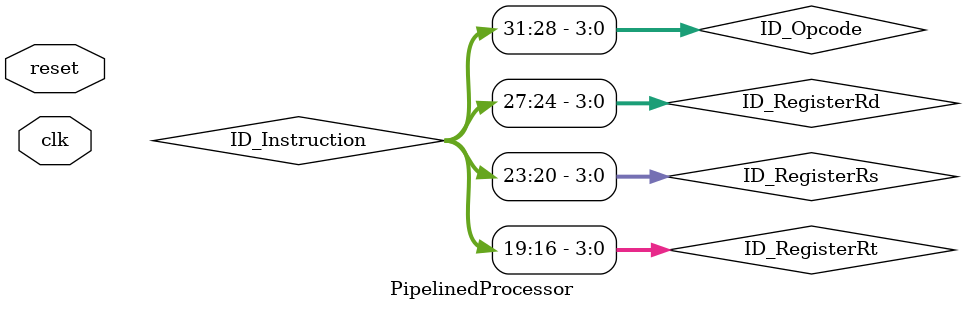
<source format=v>
module PipelinedProcessor (
    input wire clk,
    input wire reset
);
    // Pipeline control signals
    wire PCWrite, IFIDWrite, ST;
    wire ALUSrc, MR, MW, MReg, EnRW;
    wire [1:0] ALUOp;
    wire [1:0] ForwardA, ForwardB;
    
    // IF stage wires
    wire [31:0] PC_Out, PC_Next, IF_Instruction;
    
    // ID stage wires
    wire [31:0] ID_PC, ID_Instruction;
    wire [31:0] ID_ReadData1, ID_ReadData2;
    wire [15:0] ID_Immediate;
    
    // EX stage wires
    wire EX_ALUSrc, EX_MR, EX_MW, EX_MReg, EX_EnRW;
    wire [1:0] EX_ALUOp;
    wire [31:0] EX_PC, EX_ReadData1, EX_ReadData2;
    wire [15:0] EX_Immediate;
    wire [3:0] EX_RegisterRs, EX_RegisterRt, EX_RegisterRd;
    wire [31:0] EX_ALU_A, EX_ALU_B, EX_ALUResult;
    
    // MEM stage wires
    wire MEM_MR, MEM_MW, MEM_MReg, MEM_EnRW;
    wire [31:0] MEM_ALUResult, MEM_WriteData, MEM_ReadData;
    wire [3:0] MEM_RegisterRd;
    
    // WB stage wires
    wire WB_MReg, WB_EnRW;
    wire [31:0] WB_ReadData, WB_ALUResult, WB_WriteData;
    wire [3:0] WB_RegisterRd;
    
    // PC incrementer
    assign PC_Next = PC_Out + 4;
    
    // Instantiate PC
    PC pc_module (
        .clk(clk),
        .reset(reset),
        .PCWrite(PCWrite),
        .PCNext(PC_Next),
        .PCOut(PC_Out)
    );
    
    // Instantiate Instruction Memory
    InstructionMemory imem (
        .clk(clk),
        .PCAddress(PC_Out),
        .EnIM(1'b1), // Always enabled
        .Instruction(IF_Instruction)
    );
    
    // Instantiate IF/ID Pipeline Register
    IF_ID_Register ifid (
        .clk(clk),
        .reset(reset),
        .IFIDWrite(IFIDWrite),
        .IF_PC(PC_Out),
        .IF_Instruction(IF_Instruction),
        .ID_PC(ID_PC),
        .ID_Instruction(ID_Instruction)
    );
    
    // Extract control and instruction fields
    wire [3:0] ID_Opcode = ID_Instruction[31:28];
    wire [3:0] ID_RegisterRd = ID_Instruction[27:24];
    wire [3:0] ID_RegisterRs = ID_Instruction[23:20];
    wire [3:0] ID_RegisterRt = ID_Instruction[19:16];
    assign ID_Immediate = ID_Instruction[15:0];
    
    // Instantiate Control Unit
    ControlUnit control (
        .Opcode(ID_Opcode),
        .ST(ST),
        .ALUSrc(ALUSrc),
        .ALUOp(ALUOp),
        .MR(MR),
        .MW(MW),
        .MReg(MReg),
        .EnRW(EnRW)
    );
    
    // Instantiate Register File
    RegisterFile regfile (
        .clk(clk),
        .EnRW(WB_EnRW),
        .RN1(ID_RegisterRs),
        .RN2(ID_RegisterRt),
        .WN(WB_RegisterRd),
        .WD(WB_WriteData),
        .RD1(ID_ReadData1),
        .RD2(ID_ReadData2)
    );
    
    // Instantiate Hazard Detection Unit
    HazardDetectionUnit hazard_detection (
        .ID_EX_RegisterRd(EX_RegisterRd),
        .ID_EX_MemRead(EX_MR),
        .IF_ID_RegisterRs(ID_RegisterRs),
        .IF_ID_RegisterRt(ID_RegisterRt),
        .PCWrite(PCWrite),
        .IFIDWrite(IFIDWrite),
        .ST(ST)
    );
    
    // Instantiate ID/EX Pipeline Register
    ID_EX_Register idex (
        .clk(clk),
        .reset(reset),
        .ID_ALUSrc(ALUSrc),
        .ID_ALUOp(ALUOp),
        .ID_MR(MR),
        .ID_MW(MW),
        .ID_MReg(MReg),
        .ID_EnRW(EnRW),
        .ID_PC(ID_PC),
        .ID_ReadData1(ID_ReadData1),
        .ID_ReadData2(ID_ReadData2),
        .ID_Immediate(ID_Immediate),
        .ID_RegisterRs(ID_RegisterRs),
        .ID_RegisterRt(ID_RegisterRt),
        .ID_RegisterRd(ID_RegisterRd),
        .EX_ALUSrc(EX_ALUSrc),
        .EX_ALUOp(EX_ALUOp),
        .EX_MR(EX_MR),
        .EX_MW(EX_MW),
        .EX_MReg(EX_MReg),
        .EX_EnRW(EX_EnRW),
        .EX_PC(EX_PC),
        .EX_ReadData1(EX_ReadData1),
        .EX_ReadData2(EX_ReadData2),
        .EX_Immediate(EX_Immediate),
        .EX_RegisterRs(EX_RegisterRs),
        .EX_RegisterRt(EX_RegisterRt),
        .EX_RegisterRd(EX_RegisterRd)
    );
    
    // Instantiate Forwarding Unit
    ForwardingUnit forwarding (
        .EX_MEM_RegisterRd(MEM_RegisterRd),
        .EX_MEM_RegWrite(MEM_EnRW),
        .MEM_WB_RegisterRd(WB_RegisterRd),
        .MEM_WB_RegWrite(WB_EnRW),
        .ID_EX_RegisterRs(EX_RegisterRs),
        .ID_EX_RegisterRt(EX_RegisterRt),
        .ForwardA(ForwardA),
        .ForwardB(ForwardB)
    );
    
    // ALU input multiplexers for forwarding
    wire [31:0] ALUInputA, ALUInputB;
    
// ForwardA Mux using continuous assignment
assign ALUInputA = (ForwardA == 2'b00) ? EX_ReadData1 :
                  (ForwardA == 2'b01) ? WB_WriteData :
                  (ForwardA == 2'b10) ? MEM_ALUResult : EX_ReadData1;
    
// ForwardB Mux using continuous assignment
assign ForwardB_Result = (ForwardB == 2'b00) ? EX_ReadData2 :
                        (ForwardB == 2'b01) ? WB_WriteData :
                        (ForwardB == 2'b10) ? MEM_ALUResult : EX_ReadData2;
    
    // ALUSrc Mux
    wire [31:0] Extended_Immediate = {{16{EX_Immediate[15]}}, EX_Immediate}; // Sign extend
    assign ALUInputB = (EX_ALUSrc) ? Extended_Immediate : ForwardB_Result;
    
    // Instantiate ALU
	ALU alu_unit (
        .A(ALUInputA),
        .B(ALUInputB),
        .ALUOp(EX_ALUOp),
        .Result(EX_ALUResult)
    );
    
    // Instantiate EX/MEM Pipeline Register
    EX_MEM_Register exmem (
        .clk(clk),
        .reset(reset),
        .EX_MR(EX_MR),
        .EX_MW(EX_MW),
        .EX_MReg(EX_MReg),
        .EX_EnRW(EX_EnRW),
        .EX_ALUResult(EX_ALUResult),
        .EX_WriteData(ForwardB_Result), // Use forwarded data
        .EX_RegisterRd(EX_RegisterRd),
        .MEM_MR(MEM_MR),
        .MEM_MW(MEM_MW),
        .MEM_MReg(MEM_MReg),
        .MEM_EnRW(MEM_EnRW),
        .MEM_ALUResult(MEM_ALUResult),
        .MEM_WriteData(MEM_WriteData),
        .MEM_RegisterRd(MEM_RegisterRd)
    );
    
    // Instantiate Data Memory
    DataMemory dmem (
        .clk(clk),
        .MR(MEM_MR),
        .MW(MEM_MW),
        .Address(MEM_ALUResult),
        .WriteData(MEM_WriteData),
        .ReadData(MEM_ReadData)
    );
    
    // Instantiate MEM/WB Pipeline Register
    MEM_WB_Register memwb (
        .clk(clk),
        .reset(reset),
        .MEM_MReg(MEM_MReg),
        .MEM_EnRW(MEM_EnRW),
        .MEM_ReadData(MEM_ReadData),
        .MEM_ALUResult(MEM_ALUResult),
        .MEM_RegisterRd(MEM_RegisterRd),
        .WB_MReg(WB_MReg),
        .WB_EnRW(WB_EnRW),
        .WB_ReadData(WB_ReadData),
        .WB_ALUResult(WB_ALUResult),
        .WB_RegisterRd(WB_RegisterRd)
    );
    
    // WB Mux
    assign WB_WriteData = WB_MReg ? WB_ReadData : WB_ALUResult;
    
endmodule
</source>
